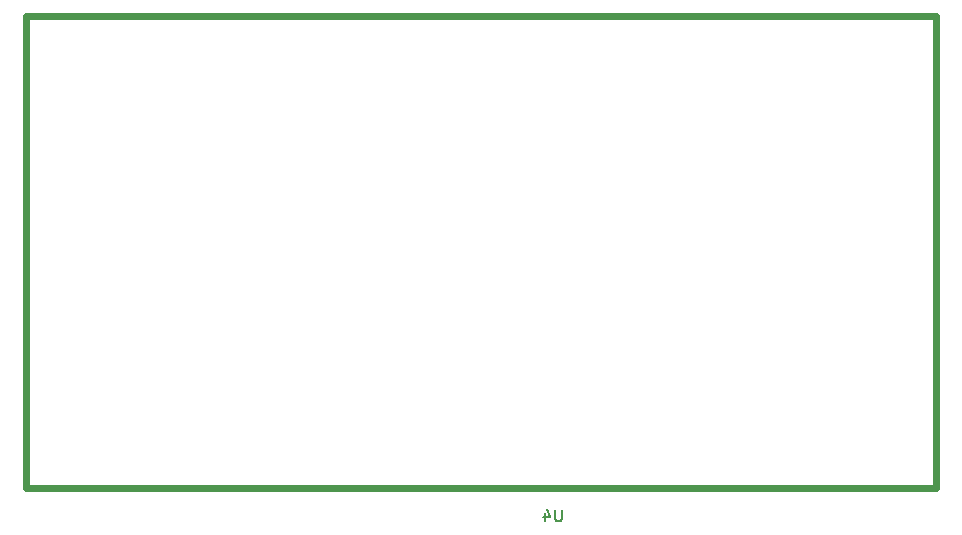
<source format=gbr>
G04 #@! TF.GenerationSoftware,KiCad,Pcbnew,5.1.5+dfsg1-2build2*
G04 #@! TF.CreationDate,2020-10-08T13:47:44+02:00*
G04 #@! TF.ProjectId,Logic_panel,4c6f6769-635f-4706-916e-656c2e6b6963,rev?*
G04 #@! TF.SameCoordinates,Original*
G04 #@! TF.FileFunction,Legend,Bot*
G04 #@! TF.FilePolarity,Positive*
%FSLAX46Y46*%
G04 Gerber Fmt 4.6, Leading zero omitted, Abs format (unit mm)*
G04 Created by KiCad (PCBNEW 5.1.5+dfsg1-2build2) date 2020-10-08 13:47:44*
%MOMM*%
%LPD*%
G04 APERTURE LIST*
%ADD10C,0.600000*%
%ADD11C,0.150000*%
G04 APERTURE END LIST*
D10*
G04 #@! TO.C,U4*
X62787900Y-91331249D02*
X62787900Y-51331249D01*
X139787900Y-91331249D02*
X139787900Y-51331249D01*
X139787900Y-51331249D02*
X62787900Y-51331249D01*
X62787900Y-91331249D02*
X139787900Y-91331249D01*
D11*
X108124804Y-93133629D02*
X108124804Y-93943153D01*
X108077185Y-94038391D01*
X108029566Y-94086010D01*
X107934328Y-94133629D01*
X107743852Y-94133629D01*
X107648614Y-94086010D01*
X107600995Y-94038391D01*
X107553376Y-93943153D01*
X107553376Y-93133629D01*
X106648614Y-93466963D02*
X106648614Y-94133629D01*
X106886709Y-93086010D02*
X107124804Y-93800296D01*
X106505757Y-93800296D01*
G04 #@! TD*
M02*

</source>
